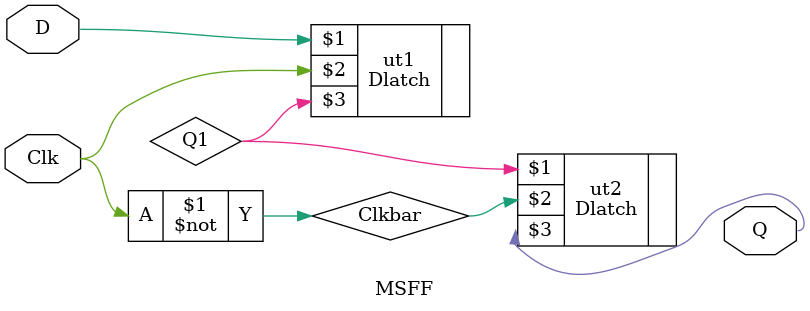
<source format=sv>
module MSFF (input D,Clk,output Q);
    wire Clkbar,Q1;
  not #6 (Clkbar,Clk);
  Dlatch ut1 (D,Clk,Q1);
  Dlatch ut2 (Q1,Clkbar,Q);
endmodule
</source>
